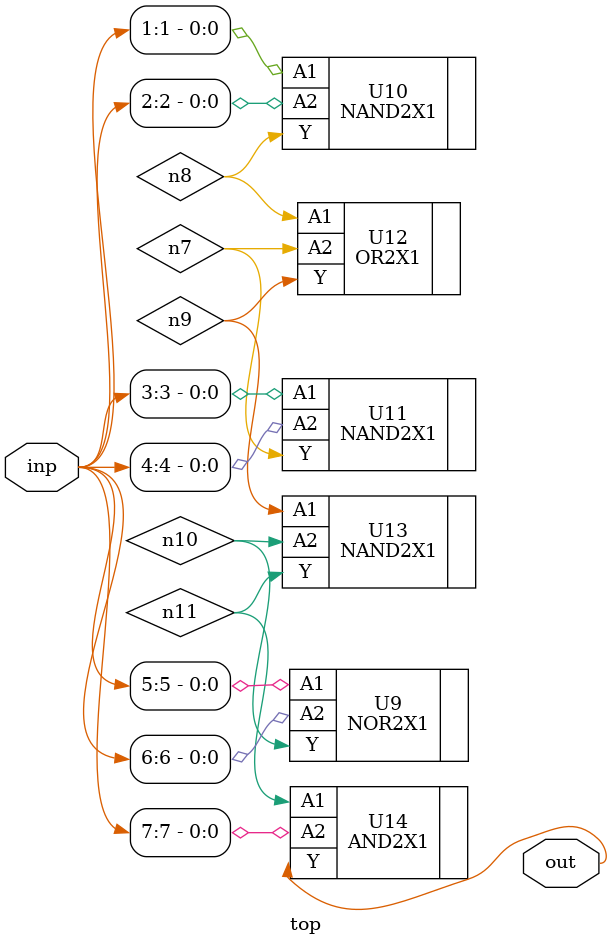
<source format=sv>


module top ( inp, out );
  input [7:0] inp;
  output out;
  wire   n7, n8, n9, n10, n11;

  NOR2X1 U9 ( .A1(inp[5]), .A2(inp[6]), .Y(n10) );
  NAND2X1 U10 ( .A1(inp[1]), .A2(inp[2]), .Y(n8) );
  NAND2X1 U11 ( .A1(inp[3]), .A2(inp[4]), .Y(n7) );
  OR2X1 U12 ( .A1(n8), .A2(n7), .Y(n9) );
  NAND2X1 U13 ( .A1(n9), .A2(n10), .Y(n11) );
  AND2X1 U14 ( .A1(n11), .A2(inp[7]), .Y(out) );
endmodule


</source>
